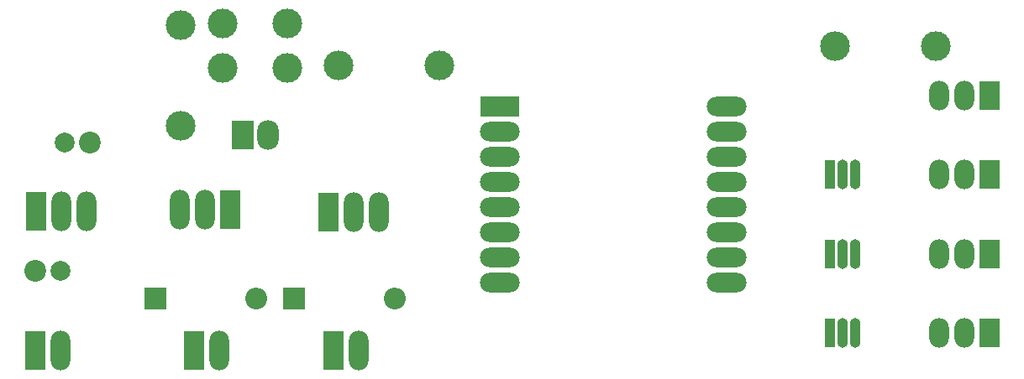
<source format=gbr>
%TF.GenerationSoftware,KiCad,Pcbnew,8.0.1*%
%TF.CreationDate,2024-03-28T20:51:12+01:00*%
%TF.ProjectId,espVent,65737056-656e-4742-9e6b-696361645f70,rev?*%
%TF.SameCoordinates,Original*%
%TF.FileFunction,Copper,L1,Top*%
%TF.FilePolarity,Positive*%
%FSLAX46Y46*%
G04 Gerber Fmt 4.6, Leading zero omitted, Abs format (unit mm)*
G04 Created by KiCad (PCBNEW 8.0.1) date 2024-03-28 20:51:12*
%MOMM*%
%LPD*%
G01*
G04 APERTURE LIST*
%TA.AperFunction,ComponentPad*%
%ADD10C,3.000000*%
%TD*%
%TA.AperFunction,ComponentPad*%
%ADD11O,3.000000X3.000000*%
%TD*%
%TA.AperFunction,ComponentPad*%
%ADD12R,2.200000X3.000000*%
%TD*%
%TA.AperFunction,ComponentPad*%
%ADD13O,2.200000X3.000000*%
%TD*%
%TA.AperFunction,ComponentPad*%
%ADD14R,2.000000X4.000000*%
%TD*%
%TA.AperFunction,ComponentPad*%
%ADD15O,2.000000X4.000000*%
%TD*%
%TA.AperFunction,ComponentPad*%
%ADD16R,2.000000X3.000000*%
%TD*%
%TA.AperFunction,ComponentPad*%
%ADD17O,2.000000X3.000000*%
%TD*%
%TA.AperFunction,ComponentPad*%
%ADD18R,2.200000X2.200000*%
%TD*%
%TA.AperFunction,ComponentPad*%
%ADD19O,2.200000X2.200000*%
%TD*%
%TA.AperFunction,ComponentPad*%
%ADD20C,2.200000*%
%TD*%
%TA.AperFunction,ComponentPad*%
%ADD21C,2.000000*%
%TD*%
%TA.AperFunction,ComponentPad*%
%ADD22R,1.100000X3.000000*%
%TD*%
%TA.AperFunction,ComponentPad*%
%ADD23O,1.100000X3.000000*%
%TD*%
%TA.AperFunction,ComponentPad*%
%ADD24R,4.000000X2.100000*%
%TD*%
%TA.AperFunction,ComponentPad*%
%ADD25O,4.000000X2.000000*%
%TD*%
G04 APERTURE END LIST*
D10*
%TO.P,R3,1*%
%TO.N,Net-(U1-D0)*%
X117080000Y-64000000D03*
D11*
%TO.P,R3,2*%
%TO.N,Net-(D3-A)*%
X106920000Y-64000000D03*
%TD*%
D12*
%TO.P,D3,1,K*%
%TO.N,GND*%
X97225000Y-71000000D03*
D13*
%TO.P,D3,2,A*%
%TO.N,Net-(D3-A)*%
X99765000Y-71000000D03*
%TD*%
D14*
%TO.P,J9,1,Pin_1*%
%TO.N,+12V*%
X92380000Y-92712500D03*
D15*
%TO.P,J9,2,Pin_2*%
%TO.N,Net-(D2-A)*%
X94920000Y-92712500D03*
%TD*%
D16*
%TO.P,J4,1,Pin_1*%
%TO.N,GND*%
X172500000Y-91000000D03*
D17*
%TO.P,J4,2,Pin_2*%
%TO.N,Net-(J1-Pin_2)*%
X169960000Y-91000000D03*
%TO.P,J4,3,Pin_3*%
%TO.N,+5P*%
X167420000Y-91000000D03*
%TD*%
D18*
%TO.P,D2,1,K*%
%TO.N,+12V*%
X88420000Y-87500000D03*
D19*
%TO.P,D2,2,A*%
%TO.N,Net-(D2-A)*%
X98580000Y-87500000D03*
%TD*%
D10*
%TO.P,R2,1*%
%TO.N,Net-(U1-SCK{slash}D5)*%
X91000000Y-59920000D03*
D11*
%TO.P,R2,2*%
%TO.N,GND*%
X91000000Y-70080000D03*
%TD*%
D20*
%TO.P,C1,1*%
%TO.N,+12V*%
X76340000Y-84712500D03*
D21*
%TO.P,C1,2*%
%TO.N,GND*%
X78840000Y-84712500D03*
%TD*%
D14*
%TO.P,Q1,1,G*%
%TO.N,Net-(Q1-G)*%
X105920000Y-78792500D03*
D15*
%TO.P,Q1,2,D*%
%TO.N,Net-(D1-A)*%
X108460000Y-78792500D03*
%TO.P,Q1,3,S*%
%TO.N,GND*%
X111000000Y-78792500D03*
%TD*%
D18*
%TO.P,D1,1,K*%
%TO.N,+12V*%
X102420000Y-87500000D03*
D19*
%TO.P,D1,2,A*%
%TO.N,Net-(D1-A)*%
X112580000Y-87500000D03*
%TD*%
D14*
%TO.P,J8,1,Pin_1*%
%TO.N,+12V*%
X106380000Y-92712500D03*
D15*
%TO.P,J8,2,Pin_2*%
%TO.N,Net-(D1-A)*%
X108920000Y-92712500D03*
%TD*%
D14*
%TO.P,J7,1,Pin_1*%
%TO.N,+12V*%
X76380000Y-92712500D03*
D15*
%TO.P,J7,2,Pin_2*%
%TO.N,GND*%
X78920000Y-92712500D03*
%TD*%
D22*
%TO.P,U4,1,GND*%
%TO.N,GND*%
X156460000Y-91000000D03*
D23*
%TO.P,U4,2,DQ*%
%TO.N,Net-(J1-Pin_2)*%
X157730000Y-91000000D03*
%TO.P,U4,3,V_{DD}*%
%TO.N,+5P*%
X159000000Y-91000000D03*
%TD*%
D24*
%TO.P,U1,1,~{RST}*%
%TO.N,unconnected-(U1-~{RST}-Pad1)*%
X123140000Y-68110000D03*
D25*
%TO.P,U1,2,A0*%
%TO.N,unconnected-(U1-A0-Pad2)*%
X123140000Y-70650000D03*
%TO.P,U1,3,D0*%
%TO.N,Net-(U1-D0)*%
X123140000Y-73190000D03*
%TO.P,U1,4,SCK/D5*%
%TO.N,Net-(U1-SCK{slash}D5)*%
X123140000Y-75730000D03*
%TO.P,U1,5,MISO/D6*%
%TO.N,Net-(Q2-G)*%
X123140000Y-78270000D03*
%TO.P,U1,6,MOSI/D7*%
%TO.N,Net-(Q1-G)*%
X123140000Y-80810000D03*
%TO.P,U1,7,CS/D8*%
%TO.N,unconnected-(U1-CS{slash}D8-Pad7)*%
X123140000Y-83350000D03*
%TO.P,U1,8,3V3*%
%TO.N,unconnected-(U1-3V3-Pad8)*%
X123140000Y-85890000D03*
%TO.P,U1,9,5V*%
%TO.N,+5P*%
X146000000Y-85890000D03*
%TO.P,U1,10,GND*%
%TO.N,GND*%
X146000000Y-83350000D03*
%TO.P,U1,11,D4*%
%TO.N,unconnected-(U1-D4-Pad11)*%
X146000000Y-80810000D03*
%TO.P,U1,12,D3*%
%TO.N,unconnected-(U1-D3-Pad12)*%
X146000000Y-78270000D03*
%TO.P,U1,13,SDA/D2*%
%TO.N,Net-(J1-Pin_2)*%
X146000000Y-75730000D03*
%TO.P,U1,14,SCL/D1*%
%TO.N,unconnected-(U1-SCL{slash}D1-Pad14)*%
X146000000Y-73190000D03*
%TO.P,U1,15,RX*%
%TO.N,unconnected-(U1-RX-Pad15)*%
X146000000Y-70650000D03*
%TO.P,U1,16,TX*%
%TO.N,unconnected-(U1-TX-Pad16)*%
X146000000Y-68110000D03*
%TD*%
D16*
%TO.P,J1,1,Pin_1*%
%TO.N,GND*%
X172525000Y-67025000D03*
D17*
%TO.P,J1,2,Pin_2*%
%TO.N,Net-(J1-Pin_2)*%
X169985000Y-67025000D03*
%TO.P,J1,3,Pin_3*%
%TO.N,+5P*%
X167445000Y-67025000D03*
%TD*%
D10*
%TO.P,SW1,1,1*%
%TO.N,Net-(U1-SCK{slash}D5)*%
X95250000Y-59750000D03*
X101750000Y-59750000D03*
%TO.P,SW1,2,2*%
%TO.N,+5P*%
X95250000Y-64250000D03*
X101750000Y-64250000D03*
%TD*%
D16*
%TO.P,J2,1,Pin_1*%
%TO.N,GND*%
X172525000Y-75000000D03*
D17*
%TO.P,J2,2,Pin_2*%
%TO.N,Net-(J1-Pin_2)*%
X169985000Y-75000000D03*
%TO.P,J2,3,Pin_3*%
%TO.N,+5P*%
X167445000Y-75000000D03*
%TD*%
D22*
%TO.P,U2,1,GND*%
%TO.N,GND*%
X156460000Y-75000000D03*
D23*
%TO.P,U2,2,DQ*%
%TO.N,Net-(J1-Pin_2)*%
X157730000Y-75000000D03*
%TO.P,U2,3,V_{DD}*%
%TO.N,+5P*%
X159000000Y-75000000D03*
%TD*%
D22*
%TO.P,U3,1,GND*%
%TO.N,GND*%
X156460000Y-83000000D03*
D23*
%TO.P,U3,2,DQ*%
%TO.N,Net-(J1-Pin_2)*%
X157730000Y-83000000D03*
%TO.P,U3,3,V_{DD}*%
%TO.N,+5P*%
X159000000Y-83000000D03*
%TD*%
D10*
%TO.P,R1,1*%
%TO.N,+5P*%
X167080000Y-62000000D03*
D11*
%TO.P,R1,2*%
%TO.N,Net-(J1-Pin_2)*%
X156920000Y-62000000D03*
%TD*%
D14*
%TO.P,U5,1,IN*%
%TO.N,+12V*%
X76460000Y-78712500D03*
D15*
%TO.P,U5,2,GND*%
%TO.N,GND*%
X79000000Y-78712500D03*
%TO.P,U5,3,OUT*%
%TO.N,+5P*%
X81540000Y-78712500D03*
%TD*%
D14*
%TO.P,Q2,1,G*%
%TO.N,Net-(Q2-G)*%
X96000000Y-78500000D03*
D15*
%TO.P,Q2,2,D*%
%TO.N,Net-(D2-A)*%
X93460000Y-78500000D03*
%TO.P,Q2,3,S*%
%TO.N,GND*%
X90920000Y-78500000D03*
%TD*%
D20*
%TO.P,C2,1*%
%TO.N,+5P*%
X81840000Y-71712500D03*
D21*
%TO.P,C2,2*%
%TO.N,GND*%
X79340000Y-71712500D03*
%TD*%
D16*
%TO.P,J3,1,Pin_1*%
%TO.N,GND*%
X172500000Y-83000000D03*
D17*
%TO.P,J3,2,Pin_2*%
%TO.N,Net-(J1-Pin_2)*%
X169960000Y-83000000D03*
%TO.P,J3,3,Pin_3*%
%TO.N,+5P*%
X167420000Y-83000000D03*
%TD*%
M02*

</source>
